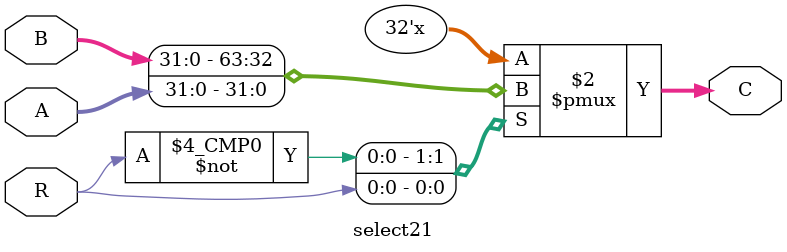
<source format=v>
`timescale 1ns / 1ps


module select21(
input [31:0] A,B,
input R,
output reg [31:0] C
    );
//   assign C=R?A:B; 
    always@(*)
    begin
        case(R)
        1'b0:C=B;
        1'b1:C=A;
        default:C=0;
        endcase    
    end
endmodule

</source>
